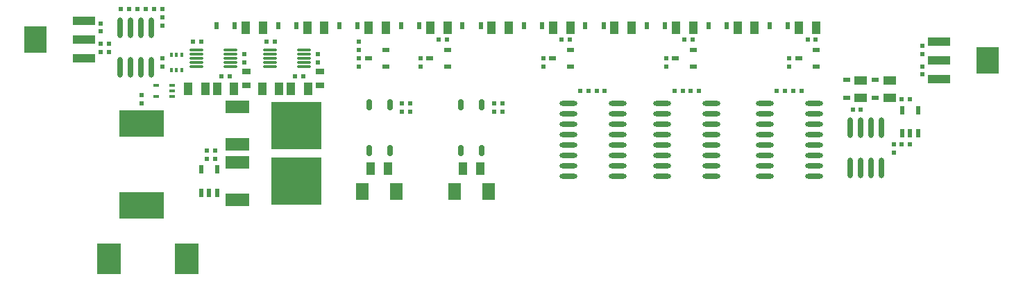
<source format=gtp>
%FSLAX44Y44*%
%MOMM*%
G71*
G01*
G75*
G04 Layer_Color=8421504*
%ADD10C,0.3000*%
%ADD11C,0.5000*%
%ADD12O,2.1500X0.6000*%
%ADD13R,3.0000X1.6000*%
%ADD14R,6.2000X5.8000*%
%ADD15O,0.7000X2.5000*%
%ADD16R,2.7000X1.0000*%
%ADD17R,2.7000X3.3000*%
%ADD18R,0.6300X0.8300*%
%ADD19R,1.0000X1.5000*%
G04:AMPARAMS|DCode=20|XSize=0.6mm|YSize=1.3mm|CornerRadius=0.15mm|HoleSize=0mm|Usage=FLASHONLY|Rotation=180.000|XOffset=0mm|YOffset=0mm|HoleType=Round|Shape=RoundedRectangle|*
%AMROUNDEDRECTD20*
21,1,0.6000,1.0000,0,0,180.0*
21,1,0.3000,1.3000,0,0,180.0*
1,1,0.3000,-0.1500,0.5000*
1,1,0.3000,0.1500,0.5000*
1,1,0.3000,0.1500,-0.5000*
1,1,0.3000,-0.1500,-0.5000*
%
%ADD20ROUNDEDRECTD20*%
%ADD21R,5.5000X3.2000*%
%ADD22R,0.6000X0.6000*%
%ADD23R,0.6000X0.6000*%
%ADD24R,0.9000X0.6000*%
%ADD25R,0.8300X0.6300*%
%ADD26R,1.0000X0.8000*%
%ADD27R,1.5000X2.1000*%
%ADD28R,3.0000X3.7500*%
%ADD29R,1.5000X1.0000*%
%ADD30R,0.6000X1.1000*%
%ADD31O,1.7000X0.3000*%
%ADD32R,0.4500X0.6000*%
%ADD33R,0.8000X0.4500*%
%ADD34C,1.8000*%
%ADD35C,2.0000*%
%ADD36C,0.7500*%
%ADD37C,1.0000*%
%ADD38C,1.5000*%
%ADD39C,0.2600*%
%ADD40C,0.2500*%
%ADD41C,2.5000*%
%ADD42C,1.5000*%
%ADD43R,1.5000X1.5000*%
%ADD44C,6.0000*%
%ADD45C,1.6000*%
%ADD46C,0.7000*%
%ADD47R,0.8000X1.0000*%
%ADD48C,0.7000*%
%ADD49C,0.1700*%
%ADD50C,0.2000*%
%ADD51C,0.2540*%
%ADD52C,0.1000*%
%ADD53C,0.1500*%
D12*
X668500Y251950D02*
D03*
X668500Y239250D02*
D03*
X668500Y226550D02*
D03*
X668500Y213850D02*
D03*
Y201150D02*
D03*
Y188450D02*
D03*
Y175750D02*
D03*
X668500Y163050D02*
D03*
X728500Y251950D02*
D03*
Y239250D02*
D03*
Y226550D02*
D03*
X728500Y213850D02*
D03*
Y201150D02*
D03*
X728500Y188450D02*
D03*
Y175750D02*
D03*
Y163050D02*
D03*
X782500Y251950D02*
D03*
Y239250D02*
D03*
Y226550D02*
D03*
Y213850D02*
D03*
Y201150D02*
D03*
Y188450D02*
D03*
Y175750D02*
D03*
Y163050D02*
D03*
X842500Y251950D02*
D03*
Y239250D02*
D03*
Y226550D02*
D03*
Y213850D02*
D03*
Y201150D02*
D03*
Y188450D02*
D03*
Y175750D02*
D03*
Y163050D02*
D03*
X907500Y251950D02*
D03*
Y239250D02*
D03*
Y226550D02*
D03*
Y213850D02*
D03*
Y201150D02*
D03*
Y188450D02*
D03*
Y175750D02*
D03*
Y163050D02*
D03*
X967500Y251950D02*
D03*
Y239250D02*
D03*
Y226550D02*
D03*
Y213850D02*
D03*
Y201150D02*
D03*
Y188450D02*
D03*
Y175750D02*
D03*
Y163050D02*
D03*
D13*
X264100Y180360D02*
D03*
Y134640D02*
D03*
Y247860D02*
D03*
Y202140D02*
D03*
D14*
X335900Y157500D02*
D03*
Y225000D02*
D03*
D15*
X1011900Y173500D02*
D03*
X1024600D02*
D03*
X1037300D02*
D03*
X1050000D02*
D03*
X1011900Y222500D02*
D03*
X1024600D02*
D03*
X1037300D02*
D03*
X1050000D02*
D03*
X159600Y345000D02*
D03*
X146900D02*
D03*
X134200Y345000D02*
D03*
X121500Y345000D02*
D03*
X159600Y296000D02*
D03*
X146900Y296000D02*
D03*
X134200D02*
D03*
X121500Y296000D02*
D03*
D16*
X1120500Y328000D02*
D03*
Y305000D02*
D03*
Y282000D02*
D03*
X77000Y307000D02*
D03*
Y330000D02*
D03*
Y353000D02*
D03*
D17*
X1179500Y305000D02*
D03*
X18000Y330000D02*
D03*
D18*
X936100Y347500D02*
D03*
X913900D02*
D03*
X861100D02*
D03*
X838900D02*
D03*
X786100D02*
D03*
X763900D02*
D03*
X711100D02*
D03*
X688900D02*
D03*
X636100D02*
D03*
X613900D02*
D03*
X561100D02*
D03*
X538900D02*
D03*
X486100D02*
D03*
X463900Y347500D02*
D03*
X411100Y347500D02*
D03*
X388900Y347500D02*
D03*
X336100Y347500D02*
D03*
X313900Y347500D02*
D03*
X261100Y347500D02*
D03*
X238900Y347500D02*
D03*
D19*
X949500Y345000D02*
D03*
X970500D02*
D03*
X874500D02*
D03*
X895500D02*
D03*
X799500D02*
D03*
X820500D02*
D03*
X724500D02*
D03*
X745500D02*
D03*
X649500D02*
D03*
X670500D02*
D03*
X560500Y172500D02*
D03*
X539500D02*
D03*
X448000D02*
D03*
X427000D02*
D03*
X574500Y345000D02*
D03*
X595500D02*
D03*
X499500D02*
D03*
X520500D02*
D03*
X424500D02*
D03*
X445500D02*
D03*
X329500Y270000D02*
D03*
X350500D02*
D03*
X315500D02*
D03*
X294500D02*
D03*
X349500Y345000D02*
D03*
X370500D02*
D03*
X274500D02*
D03*
X295500D02*
D03*
X239500Y270000D02*
D03*
X260500D02*
D03*
X204500D02*
D03*
X225500D02*
D03*
D20*
X562700Y250500D02*
D03*
X537300D02*
D03*
X562700Y194500D02*
D03*
X537300D02*
D03*
X450200Y250500D02*
D03*
X424800D02*
D03*
X450200Y194500D02*
D03*
X424800D02*
D03*
D21*
X147500Y127500D02*
D03*
Y227500D02*
D03*
D22*
X1100000Y297500D02*
D03*
Y287500D02*
D03*
Y312500D02*
D03*
Y322500D02*
D03*
X97500Y340000D02*
D03*
Y350000D02*
D03*
Y325000D02*
D03*
Y315000D02*
D03*
X1065000Y202500D02*
D03*
Y192500D02*
D03*
X272500Y312500D02*
D03*
Y302500D02*
D03*
X147500Y262500D02*
D03*
Y252500D02*
D03*
X172500Y297500D02*
D03*
X172500Y307500D02*
D03*
X362500Y312500D02*
D03*
Y302500D02*
D03*
X107500Y325000D02*
D03*
Y315000D02*
D03*
X172500Y347500D02*
D03*
X172500Y357500D02*
D03*
X487500Y297500D02*
D03*
Y307500D02*
D03*
X412500Y327500D02*
D03*
Y317500D02*
D03*
Y297500D02*
D03*
Y307500D02*
D03*
X787500Y297500D02*
D03*
Y307500D02*
D03*
X637500Y297500D02*
D03*
Y307500D02*
D03*
X937500Y297500D02*
D03*
Y307500D02*
D03*
X475000Y242500D02*
D03*
Y252500D02*
D03*
X465000Y252500D02*
D03*
Y242500D02*
D03*
X587500Y242500D02*
D03*
Y252500D02*
D03*
X577500Y252500D02*
D03*
Y242500D02*
D03*
D23*
X807500Y267500D02*
D03*
X797500D02*
D03*
X827500D02*
D03*
X817500D02*
D03*
X932500D02*
D03*
X922500D02*
D03*
X952500D02*
D03*
X942500D02*
D03*
X1085000Y202500D02*
D03*
X1075000D02*
D03*
X1085000Y257500D02*
D03*
X1075000D02*
D03*
X1015000Y245000D02*
D03*
X1025000D02*
D03*
X255000Y285000D02*
D03*
X245000D02*
D03*
X345000D02*
D03*
X335000D02*
D03*
X162500Y367500D02*
D03*
X172500Y367500D02*
D03*
X682500Y267500D02*
D03*
X692500D02*
D03*
X712500D02*
D03*
X702500D02*
D03*
X227500Y185000D02*
D03*
X237500D02*
D03*
X520000Y330000D02*
D03*
X510000D02*
D03*
X820000D02*
D03*
X810000D02*
D03*
X670000D02*
D03*
X660000D02*
D03*
X970000D02*
D03*
X960000D02*
D03*
X220000Y327500D02*
D03*
X210000D02*
D03*
X310000D02*
D03*
X300000D02*
D03*
X122500Y367500D02*
D03*
X132500Y367500D02*
D03*
X152500D02*
D03*
X142500Y367500D02*
D03*
X237500Y195000D02*
D03*
X227500D02*
D03*
D24*
X520500Y297500D02*
D03*
Y317500D02*
D03*
X499000Y307500D02*
D03*
X445500Y297500D02*
D03*
Y317500D02*
D03*
X424000Y307500D02*
D03*
X820500Y297500D02*
D03*
Y317500D02*
D03*
X799000Y307500D02*
D03*
X670500Y297500D02*
D03*
Y317500D02*
D03*
X649000Y307500D02*
D03*
X970500Y297500D02*
D03*
Y317500D02*
D03*
X949000Y307500D02*
D03*
D25*
X1042500Y258900D02*
D03*
Y281100D02*
D03*
X1007500D02*
D03*
Y258900D02*
D03*
D26*
X275000Y274000D02*
D03*
Y291000D02*
D03*
X365000Y274000D02*
D03*
Y291000D02*
D03*
D27*
X458500Y145000D02*
D03*
X416500D02*
D03*
X571000D02*
D03*
X529000D02*
D03*
D28*
X202500Y62500D02*
D03*
X107500D02*
D03*
D29*
X1060000Y259500D02*
D03*
Y280500D02*
D03*
X1025000Y280500D02*
D03*
Y259500D02*
D03*
D30*
X1075501Y244001D02*
D03*
X1094501D02*
D03*
Y216001D02*
D03*
X1085001D02*
D03*
X1075501D02*
D03*
X220501Y171501D02*
D03*
X239501D02*
D03*
Y143501D02*
D03*
X230001D02*
D03*
X220501D02*
D03*
D31*
X214500Y317500D02*
D03*
Y312500D02*
D03*
Y307500D02*
D03*
Y302500D02*
D03*
Y297500D02*
D03*
X255500Y317500D02*
D03*
Y312500D02*
D03*
Y307500D02*
D03*
Y302500D02*
D03*
Y297500D02*
D03*
X304500Y317500D02*
D03*
Y312500D02*
D03*
Y307500D02*
D03*
Y302500D02*
D03*
Y297500D02*
D03*
X345500Y317500D02*
D03*
Y312500D02*
D03*
Y307500D02*
D03*
Y302500D02*
D03*
Y297500D02*
D03*
D32*
X190000Y312000D02*
D03*
X183500D02*
D03*
X196500D02*
D03*
Y293000D02*
D03*
X190000D02*
D03*
X183500Y293000D02*
D03*
D33*
X165500Y261000D02*
D03*
Y274000D02*
D03*
X184500D02*
D03*
X184500Y267500D02*
D03*
X184500Y261000D02*
D03*
M02*

</source>
